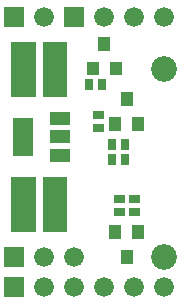
<source format=gbr>
G04 start of page 6 for group -4063 idx -4063 *
G04 Title: (unknown), componentmask *
G04 Creator: pcb 20110918 *
G04 CreationDate: Sun Aug 11 05:18:20 2013 UTC *
G04 For: mokus *
G04 Format: Gerber/RS-274X *
G04 PCB-Dimensions: 60000 100000 *
G04 PCB-Coordinate-Origin: lower left *
%MOIN*%
%FSLAX25Y25*%
%LNTOPMASK*%
%ADD47R,0.0276X0.0276*%
%ADD46R,0.0400X0.0400*%
%ADD45R,0.0810X0.0810*%
%ADD44R,0.0670X0.0670*%
%ADD43R,0.0430X0.0430*%
%ADD42C,0.0860*%
%ADD41C,0.0660*%
%ADD40C,0.0001*%
G54D40*G36*
X21700Y98300D02*Y91700D01*
X28300D01*
Y98300D01*
X21700D01*
G37*
G54D41*X35000Y95000D03*
X45000D03*
X55000D03*
G54D42*Y77500D03*
G54D40*G36*
X1700Y18300D02*Y11700D01*
X8300D01*
Y18300D01*
X1700D01*
G37*
G54D41*X15000Y15000D03*
X25000D03*
G54D42*X55000D03*
G54D40*G36*
X1700Y98300D02*Y91700D01*
X8300D01*
Y98300D01*
X1700D01*
G37*
G54D41*X15000Y95000D03*
G54D40*G36*
X1700Y8300D02*Y1700D01*
X8300D01*
Y8300D01*
X1700D01*
G37*
G54D41*X15000Y5000D03*
X25000D03*
X35000D03*
X45000D03*
X55000D03*
G54D43*X19000Y48900D02*X21400D01*
X19000Y55000D02*X21400D01*
G54D44*X8000Y58000D02*Y52000D01*
G54D45*X8100Y37700D02*Y27300D01*
X18500Y37700D02*Y27300D01*
G54D46*X46400Y59600D02*Y59000D01*
G54D47*X41830Y47893D02*Y47107D01*
X37500Y47893D02*Y47107D01*
X41830Y52893D02*Y52107D01*
X37500Y52893D02*Y52107D01*
G54D46*X46400Y23500D02*Y22900D01*
X38600Y23500D02*Y22900D01*
X42500Y15300D02*Y14700D01*
G54D47*X39607Y34330D02*X40393D01*
X39607Y30000D02*X40393D01*
X44607Y34330D02*X45393D01*
X44607Y30000D02*X45393D01*
X32607Y57835D02*X33393D01*
G54D46*X38600Y59600D02*Y59000D01*
G54D47*X32607Y62165D02*X33393D01*
G54D46*X42500Y67800D02*Y67200D01*
G54D47*X34330Y72893D02*Y72107D01*
G54D46*X35000Y86300D02*Y85700D01*
G54D47*X30000Y72893D02*Y72107D01*
G54D46*X31100Y78100D02*Y77500D01*
X38900Y78100D02*Y77500D01*
G54D43*X19000Y61100D02*X21400D01*
G54D45*X8100Y82700D02*Y72300D01*
X18500Y82700D02*Y72300D01*
M02*

</source>
